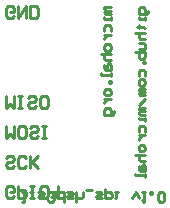
<source format=gbo>
G04 Layer_Color=13813960*
%FSLAX25Y25*%
%MOIN*%
G70*
G01*
G75*
%ADD17C,0.01000*%
D17*
X127666Y476668D02*
X126999Y476001D01*
X125666D01*
X125000Y476668D01*
Y479334D01*
X125666Y480000D01*
X126999D01*
X127666Y479334D01*
Y478001D01*
X126333D01*
X128999Y480000D02*
Y476001D01*
X131665Y480000D01*
Y476001D01*
X132997D02*
Y480000D01*
X134997D01*
X135663Y479334D01*
Y476668D01*
X134997Y476001D01*
X132997D01*
X125000Y450000D02*
Y446001D01*
X126333Y447334D01*
X127666Y446001D01*
Y450000D01*
X128999Y446001D02*
X130332D01*
X129665D01*
Y450000D01*
X128999D01*
X130332D01*
X134997Y446668D02*
X134330Y446001D01*
X132997D01*
X132331Y446668D01*
Y447334D01*
X132997Y448001D01*
X134330D01*
X134997Y448667D01*
Y449334D01*
X134330Y450000D01*
X132997D01*
X132331Y449334D01*
X138329Y446001D02*
X136996D01*
X136330Y446668D01*
Y449334D01*
X136996Y450000D01*
X138329D01*
X138996Y449334D01*
Y446668D01*
X138329Y446001D01*
X125000Y440000D02*
Y436001D01*
X126333Y437334D01*
X127666Y436001D01*
Y440000D01*
X130998Y436001D02*
X129665D01*
X128999Y436668D01*
Y439334D01*
X129665Y440000D01*
X130998D01*
X131665Y439334D01*
Y436668D01*
X130998Y436001D01*
X135663Y436668D02*
X134997Y436001D01*
X133664D01*
X132997Y436668D01*
Y437334D01*
X133664Y438001D01*
X134997D01*
X135663Y438667D01*
Y439334D01*
X134997Y440000D01*
X133664D01*
X132997Y439334D01*
X136996Y436001D02*
X138329D01*
X137663D01*
Y440000D01*
X136996D01*
X138329D01*
X127666Y426668D02*
X126999Y426001D01*
X125666D01*
X125000Y426668D01*
Y427334D01*
X125666Y428001D01*
X126999D01*
X127666Y428667D01*
Y429334D01*
X126999Y430000D01*
X125666D01*
X125000Y429334D01*
X131665Y426668D02*
X130998Y426001D01*
X129665D01*
X128999Y426668D01*
Y429334D01*
X129665Y430000D01*
X130998D01*
X131665Y429334D01*
X132997Y426001D02*
Y430000D01*
Y428667D01*
X135663Y426001D01*
X133664Y428001D01*
X135663Y430000D01*
X127666Y416668D02*
X126999Y416001D01*
X125666D01*
X125000Y416668D01*
Y419334D01*
X125666Y420000D01*
X126999D01*
X127666Y419334D01*
Y418001D01*
X126333D01*
X128999Y420000D02*
Y416001D01*
X130998D01*
X131665Y416668D01*
Y418001D01*
X130998Y418667D01*
X128999D01*
X132997Y416001D02*
X134330D01*
X133664D01*
Y420000D01*
X132997D01*
X134330D01*
X138329Y416001D02*
X136996D01*
X136330Y416668D01*
Y419334D01*
X136996Y420000D01*
X138329D01*
X138996Y419334D01*
Y416668D01*
X138329Y416001D01*
X142328Y420000D02*
Y416001D01*
X140328Y418001D01*
X142994D01*
X172566Y478434D02*
Y477901D01*
X172033Y477367D01*
X169367D01*
Y478967D01*
X169901Y479500D01*
X170967D01*
X171500Y478967D01*
Y477367D01*
Y476301D02*
Y475235D01*
Y475768D01*
X169367D01*
Y476301D01*
X168834Y473102D02*
X169367D01*
Y473635D01*
Y472569D01*
Y473102D01*
X170967D01*
X171500Y472569D01*
X168301Y470969D02*
X171500D01*
X169901D01*
X169367Y470436D01*
Y469370D01*
X169901Y468837D01*
X171500D01*
X169367Y467770D02*
X170967D01*
X171500Y467237D01*
Y465638D01*
X169367D01*
X168301Y464572D02*
X171500D01*
Y462972D01*
X170967Y462439D01*
X170434D01*
X169901D01*
X169367Y462972D01*
Y464572D01*
X171500Y461373D02*
X170967D01*
Y460839D01*
X171500D01*
Y461373D01*
X169367Y456574D02*
Y458174D01*
X169901Y458707D01*
X170967D01*
X171500Y458174D01*
Y456574D01*
Y454975D02*
Y453908D01*
X170967Y453375D01*
X169901D01*
X169367Y453908D01*
Y454975D01*
X169901Y455508D01*
X170967D01*
X171500Y454975D01*
Y452309D02*
X169367D01*
Y451776D01*
X169901Y451242D01*
X171500D01*
X169901D01*
X169367Y450709D01*
X169901Y450176D01*
X171500D01*
Y449110D02*
X169367Y446977D01*
X171500Y445911D02*
X169367D01*
Y445378D01*
X169901Y444844D01*
X171500D01*
X169901D01*
X169367Y444311D01*
X169901Y443778D01*
X171500D01*
Y442712D02*
Y441646D01*
Y442179D01*
X169367D01*
Y442712D01*
Y437913D02*
Y439513D01*
X169901Y440046D01*
X170967D01*
X171500Y439513D01*
Y437913D01*
X169367Y436847D02*
X171500D01*
X170434D01*
X169901Y436314D01*
X169367Y435781D01*
Y435248D01*
X171500Y433115D02*
Y432049D01*
X170967Y431516D01*
X169901D01*
X169367Y432049D01*
Y433115D01*
X169901Y433648D01*
X170967D01*
X171500Y433115D01*
X168301Y430449D02*
X171500D01*
X169901D01*
X169367Y429916D01*
Y428850D01*
X169901Y428316D01*
X171500D01*
X169367Y426717D02*
Y425651D01*
X169901Y425118D01*
X171500D01*
Y426717D01*
X170967Y427250D01*
X170434Y426717D01*
Y425118D01*
X171500Y424051D02*
Y422985D01*
Y423518D01*
X168301D01*
Y424051D01*
X160000Y479500D02*
X157867D01*
Y478967D01*
X158400Y478434D01*
X160000D01*
X158400D01*
X157867Y477901D01*
X158400Y477367D01*
X160000D01*
Y476301D02*
Y475235D01*
Y475768D01*
X157867D01*
Y476301D01*
Y471503D02*
Y473102D01*
X158400Y473635D01*
X159467D01*
X160000Y473102D01*
Y471503D01*
X157867Y470436D02*
X160000D01*
X158934D01*
X158400Y469903D01*
X157867Y469370D01*
Y468837D01*
X160000Y466704D02*
Y465638D01*
X159467Y465105D01*
X158400D01*
X157867Y465638D01*
Y466704D01*
X158400Y467237D01*
X159467D01*
X160000Y466704D01*
X156801Y464038D02*
X160000D01*
X158400D01*
X157867Y463505D01*
Y462439D01*
X158400Y461906D01*
X160000D01*
X157867Y460306D02*
Y459240D01*
X158400Y458707D01*
X160000D01*
Y460306D01*
X159467Y460839D01*
X158934Y460306D01*
Y458707D01*
X160000Y457640D02*
Y456574D01*
Y457107D01*
X156801D01*
Y457640D01*
X160000Y454975D02*
X159467D01*
Y454441D01*
X160000D01*
Y454975D01*
Y451776D02*
Y450709D01*
X159467Y450176D01*
X158400D01*
X157867Y450709D01*
Y451776D01*
X158400Y452309D01*
X159467D01*
X160000Y451776D01*
X157867Y449110D02*
X160000D01*
X158934D01*
X158400Y448577D01*
X157867Y448043D01*
Y447510D01*
X161066Y444844D02*
Y444311D01*
X160533Y443778D01*
X157867D01*
Y445378D01*
X158400Y445911D01*
X159467D01*
X160000Y445378D01*
Y443778D01*
X130500Y418000D02*
X131566D01*
X131033D01*
Y414801D01*
X130500D01*
X133166Y418000D02*
X134232D01*
X133699D01*
Y415867D01*
X133166D01*
X135832Y418000D02*
X137431D01*
X137964Y417467D01*
X137431Y416934D01*
X136365D01*
X135832Y416400D01*
X136365Y415867D01*
X137964D01*
X139031Y415334D02*
X139564Y414801D01*
X140630D01*
X141163Y415334D01*
Y415867D01*
X140630Y416400D01*
X140097D01*
X140630D01*
X141163Y416934D01*
Y417467D01*
X140630Y418000D01*
X139564D01*
X139031Y417467D01*
X144362Y414801D02*
Y418000D01*
X142763D01*
X142229Y417467D01*
Y416400D01*
X142763Y415867D01*
X144362D01*
X145429Y418000D02*
X147028D01*
X147561Y417467D01*
X147028Y416934D01*
X145962D01*
X145429Y416400D01*
X145962Y415867D01*
X147561D01*
X148627Y414801D02*
Y418000D01*
Y416400D01*
X149161Y415867D01*
X150227D01*
X150760Y416400D01*
Y418000D01*
X151826Y418533D02*
X153959D01*
X155025Y418000D02*
X156625D01*
X157158Y417467D01*
X156625Y416934D01*
X155559D01*
X155025Y416400D01*
X155559Y415867D01*
X157158D01*
X158224Y419066D02*
Y415867D01*
X159824D01*
X160357Y416400D01*
Y417467D01*
X159824Y418000D01*
X158224D01*
X161423D02*
X162490D01*
X161957D01*
Y415867D01*
X161423D01*
X167288D02*
X168354Y418000D01*
X169421Y415867D01*
X170487Y418000D02*
X171553D01*
X171020D01*
Y414801D01*
X170487Y415334D01*
X173153Y418000D02*
Y417467D01*
X173686D01*
Y418000D01*
X173153D01*
X175819Y415334D02*
X176352Y414801D01*
X177418D01*
X177951Y415334D01*
Y417467D01*
X177418Y418000D01*
X176352D01*
X175819Y417467D01*
Y415334D01*
M02*

</source>
